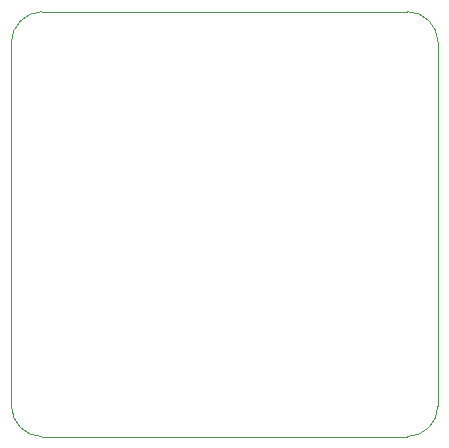
<source format=gbr>
%TF.GenerationSoftware,KiCad,Pcbnew,(6.0.5)*%
%TF.CreationDate,2022-08-02T12:09:01+02:00*%
%TF.ProjectId,DroneHardware,44726f6e-6548-4617-9264-776172652e6b,rev?*%
%TF.SameCoordinates,Original*%
%TF.FileFunction,Profile,NP*%
%FSLAX46Y46*%
G04 Gerber Fmt 4.6, Leading zero omitted, Abs format (unit mm)*
G04 Created by KiCad (PCBNEW (6.0.5)) date 2022-08-02 12:09:01*
%MOMM*%
%LPD*%
G01*
G04 APERTURE LIST*
%TA.AperFunction,Profile*%
%ADD10C,0.100000*%
%TD*%
G04 APERTURE END LIST*
D10*
X127940001Y-116461592D02*
G75*
G03*
X130548478Y-119070000I2629999J21592D01*
G01*
X164061432Y-85678313D02*
G75*
G03*
X161441522Y-83078478I-2621432J-21687D01*
G01*
X161459924Y-119051534D02*
G75*
G03*
X164051521Y-116461522I-19924J2611534D01*
G01*
X127928478Y-85680000D02*
X127940001Y-116461592D01*
X130548478Y-119070000D02*
X161459924Y-119051534D01*
X164061432Y-85678313D02*
X164051521Y-116461522D01*
X144040000Y-83070000D02*
X161441522Y-83078478D01*
X130528672Y-83078504D02*
X144040000Y-83070000D01*
X130528672Y-83078504D02*
G75*
G03*
X127928478Y-85680000I51328J-2651496D01*
G01*
M02*

</source>
